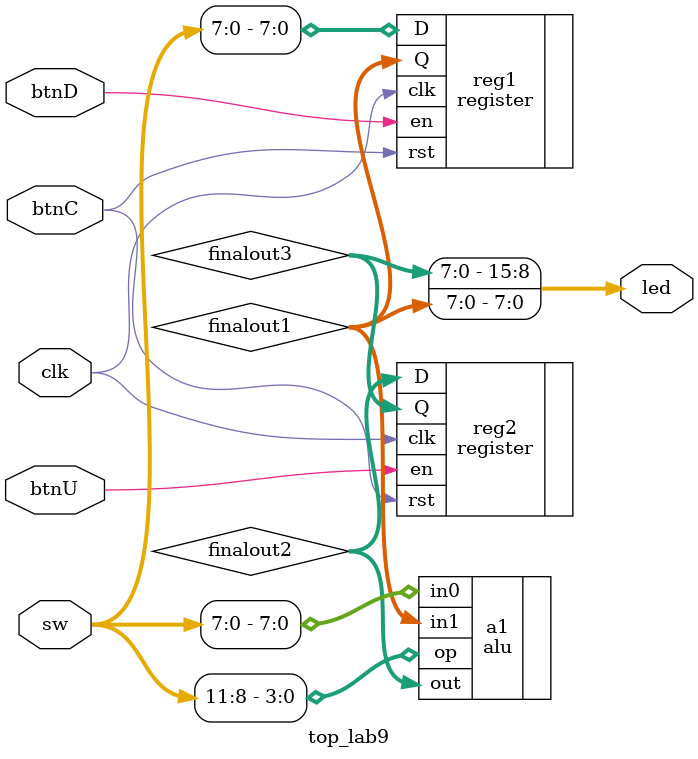
<source format=sv>
`timescale 1ns / 1ps

module top_lab9(
    input [15:0] sw,
    input clk,
    input btnC,
    input btnU,
    input btnD,
    
    output [15:0]led
    );
    
    wire [7:0] finalout1;
    register reg1(.D(sw[7:0]),.en(btnD),.clk(clk),.rst(btnC),.Q(finalout1));
    
     
      
    wire [7:0] finalout2;
    alu a1(.in0(sw[7:0]),.in1(finalout1),.op(sw[11:8]),.out(finalout2));
    
    wire [7:0] finalout3;
    register reg2(.D(finalout2),.en(btnU),.clk(clk),.rst(btnC),.Q(finalout3));
    

     assign led  = {finalout3,finalout1};
   
     
    
endmodule
</source>
